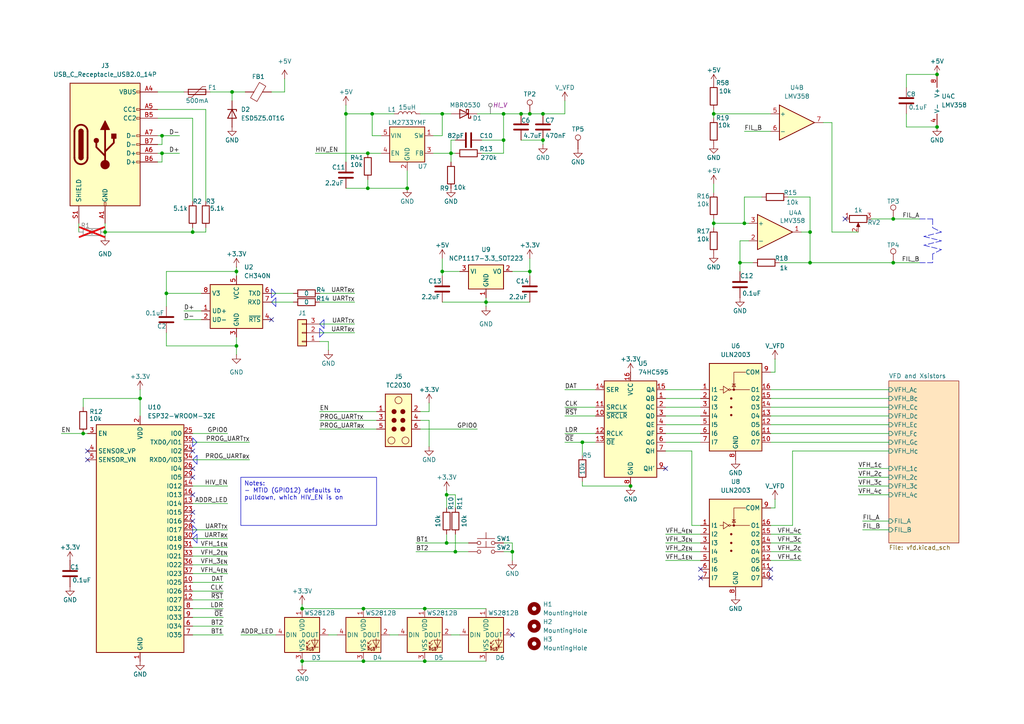
<source format=kicad_sch>
(kicad_sch (version 20250114) (generator "eeschema") (generator_version "9.0")
  (paper "A4")
  (title_block (title "IV-8 4x Driver") (date "2025-04-08") (rev "1") (comment 1 "Jamal B.") (comment 2 "E1091"))
  (text_box "Notes:\n- MTID (GPIO12) defaults to pulldown, which HIV_EN is on" (at 69.85 138.43 0) (size 39.37 13.97) (margins 0.9525 0.9525 0.9525 0.9525) (effects (font (size 1.27 1.27)) (justify left top)))
  (junction (at 128.27 33.02))
  (junction (at 105.41 176.53))
  (junction (at 68.58 78.74))
  (junction (at 123.19 176.53))
  (junction (at 259.08 76.2))
  (junction (at 106.68 54.61))
  (junction (at 67.31 26.67))
  (junction (at 106.68 44.45))
  (junction (at 157.48 40.64))
  (junction (at 100.33 33.02))
  (junction (at 129.54 143.51))
  (junction (at 234.95 76.2))
  (junction (at 271.78 21.59))
  (junction (at 214.63 76.2))
  (junction (at 123.19 191.77))
  (junction (at 46.99 44.45))
  (junction (at 168.91 128.27))
  (junction (at 55.88 67.31))
  (junction (at 215.9 64.77))
  (junction (at 140.97 87.63))
  (junction (at 148.59 160.02))
  (junction (at 87.63 191.77))
  (junction (at 105.41 191.77))
  (junction (at 207.01 33.02))
  (junction (at 68.58 100.33))
  (junction (at 129.54 157.48))
  (junction (at 182.88 140.97))
  (junction (at 24.13 125.73))
  (junction (at 151.13 33.02))
  (junction (at 48.26 85.09))
  (junction (at 271.78 36.83))
  (junction (at 234.95 67.31))
  (junction (at 107.95 33.02))
  (junction (at 40.64 115.57))
  (junction (at 146.05 40.64))
  (junction (at 30.48 67.31))
  (junction (at 146.05 33.02))
  (junction (at 87.63 176.53))
  (junction (at 132.08 160.02))
  (junction (at 157.48 33.02))
  (junction (at 130.81 44.45))
  (junction (at 259.08 63.5))
  (junction (at 153.67 33.02))
  (junction (at 128.27 78.74))
  (junction (at 46.99 39.37))
  (junction (at 207.01 64.77))
  (junction (at 153.67 78.74))
  (junction (at 118.11 54.61))
  (no_connect (at 203.2 165.1))
  (no_connect (at 223.52 165.1))
  (no_connect (at 55.88 148.59))
  (no_connect (at 55.88 151.13))
  (no_connect (at 55.88 135.89))
  (no_connect (at 55.88 138.43))
  (no_connect (at 78.74 92.71))
  (no_connect (at 193.04 135.89))
  (no_connect (at 25.4 133.35))
  (no_connect (at 203.2 167.64))
  (no_connect (at 25.4 130.81))
  (no_connect (at 245.11 63.5))
  (no_connect (at 223.52 167.64))
  (no_connect (at 55.88 130.81))
  (no_connect (at 148.59 184.15))
  (no_connect (at 55.88 143.51))
  (wire (pts (xy 140.97 87.63) (xy 128.27 87.63)))
  (polyline (pts (xy 55.88 133.35) (xy 57.15 132.08)))
  (wire (pts (xy 217.17 64.77) (xy 215.9 64.77)))
  (wire (pts (xy 193.04 118.11) (xy 203.2 118.11)))
  (wire (pts (xy 124.46 121.92) (xy 121.92 121.92)))
  (wire (pts (xy 193.04 160.02) (xy 203.2 160.02)))
  (wire (pts (xy 224.79 147.32) (xy 223.52 147.32)))
  (wire (pts (xy 67.31 26.67) (xy 71.12 26.67)))
  (wire (pts (xy 30.48 67.31) (xy 55.88 67.31)))
  (wire (pts (xy 223.52 115.57) (xy 257.81 115.57)))
  (wire (pts (xy 207.01 64.77) (xy 207.01 66.04)))
  (wire (pts (xy 66.04 163.83) (xy 55.88 163.83)))
  (polyline (pts (xy 92.71 93.98) (xy 93.98 95.25)))
  (wire (pts (xy 55.88 67.31) (xy 55.88 66.04)))
  (wire (pts (xy 226.06 76.2) (xy 234.95 76.2)))
  (polyline (pts (xy 92.71 97.79) (xy 93.98 96.52)))
  (wire (pts (xy 241.3 67.31) (xy 248.92 67.31)))
  (wire (pts (xy 207.01 53.34) (xy 207.01 55.88)))
  (wire (pts (xy 107.95 33.02) (xy 107.95 39.37)))
  (wire (pts (xy 215.9 57.15) (xy 220.98 57.15)))
  (wire (pts (xy 163.83 113.03) (xy 172.72 113.03)))
  (wire (pts (xy 146.05 160.02) (xy 148.59 160.02)))
  (wire (pts (xy 55.88 161.29) (xy 66.04 161.29)))
  (wire (pts (xy 250.19 153.67) (xy 257.81 153.67)))
  (wire (pts (xy 24.13 125.73) (xy 25.4 125.73)))
  (wire (pts (xy 234.95 76.2) (xy 259.08 76.2)))
  (wire (pts (xy 259.08 63.5) (xy 266.7 63.5)))
  (wire (pts (xy 153.67 74.93) (xy 153.67 78.74)))
  (polyline (pts (xy 93.98 92.71) (xy 93.98 95.25)))
  (wire (pts (xy 24.13 118.11) (xy 24.13 115.57)))
  (wire (pts (xy 223.52 125.73) (xy 257.81 125.73)))
  (polyline (pts (xy 57.15 132.08) (xy 57.15 134.62)))
  (wire (pts (xy 238.76 35.56) (xy 241.3 35.56)))
  (polyline (pts (xy 270.51 63.5) (xy 270.51 66.04)) (stroke (width 0) (type dash)))
  (wire (pts (xy 107.95 33.02) (xy 114.3 33.02)))
  (wire (pts (xy 146.05 44.45) (xy 139.7 44.45)))
  (wire (pts (xy 153.67 33.02) (xy 157.48 33.02)))
  (wire (pts (xy 125.73 44.45) (xy 130.81 44.45)))
  (wire (pts (xy 129.54 154.94) (xy 129.54 157.48)))
  (wire (pts (xy 163.83 125.73) (xy 172.72 125.73)))
  (wire (pts (xy 87.63 176.53) (xy 105.41 176.53)))
  (wire (pts (xy 262.89 36.83) (xy 271.78 36.83)))
  (polyline (pts (xy 78.74 83.82) (xy 80.01 85.09)))
  (wire (pts (xy 132.08 40.64) (xy 130.81 40.64)))
  (polyline (pts (xy 57.15 154.94) (xy 57.15 157.48)))
  (wire (pts (xy 22.86 64.77) (xy 22.86 67.31)))
  (wire (pts (xy 55.88 156.21) (xy 66.04 156.21)))
  (wire (pts (xy 124.46 116.84) (xy 124.46 119.38)))
  (polyline (pts (xy 80.01 86.36) (xy 80.01 88.9)))
  (wire (pts (xy 64.77 168.91) (xy 55.88 168.91)))
  (wire (pts (xy 250.19 151.13) (xy 257.81 151.13)))
  (wire (pts (xy 193.04 154.94) (xy 203.2 154.94)))
  (wire (pts (xy 138.43 33.02) (xy 146.05 33.02)))
  (wire (pts (xy 95.25 101.6) (xy 95.25 99.06)))
  (wire (pts (xy 148.59 78.74) (xy 153.67 78.74)))
  (wire (pts (xy 232.41 67.31) (xy 234.95 67.31)))
  (wire (pts (xy 123.19 176.53) (xy 140.97 176.53)))
  (wire (pts (xy 78.74 87.63) (xy 85.09 87.63)))
  (polyline (pts (xy 55.88 152.4) (xy 55.88 154.94)))
  (wire (pts (xy 45.72 41.91) (xy 46.99 41.91)))
  (wire (pts (xy 59.69 67.31) (xy 59.69 66.04)))
  (wire (pts (xy 64.77 181.61) (xy 55.88 181.61)))
  (wire (pts (xy 109.22 121.92) (xy 92.71 121.92)))
  (wire (pts (xy 223.52 113.03) (xy 257.81 113.03)))
  (wire (pts (xy 100.33 54.61) (xy 106.68 54.61)))
  (wire (pts (xy 207.01 33.02) (xy 223.52 33.02)))
  (wire (pts (xy 46.99 46.99) (xy 46.99 44.45)))
  (polyline (pts (xy 273.05 67.31) (xy 267.97 68.58)) (stroke (width 0) (type dash)))
  (wire (pts (xy 252.73 63.5) (xy 259.08 63.5)))
  (wire (pts (xy 148.59 157.48) (xy 146.05 157.48)))
  (wire (pts (xy 148.59 160.02) (xy 148.59 157.48)))
  (wire (pts (xy 92.71 87.63) (xy 102.87 87.63)))
  (wire (pts (xy 124.46 119.38) (xy 121.92 119.38)))
  (wire (pts (xy 215.9 38.1) (xy 223.52 38.1)))
  (polyline (pts (xy 55.88 133.35) (xy 57.15 134.62)))
  (wire (pts (xy 193.04 125.73) (xy 203.2 125.73)))
  (wire (pts (xy 248.92 140.97) (xy 257.81 140.97)))
  (wire (pts (xy 53.34 90.17) (xy 58.42 90.17)))
  (wire (pts (xy 223.52 120.65) (xy 257.81 120.65)))
  (wire (pts (xy 146.05 40.64) (xy 146.05 44.45)))
  (wire (pts (xy 153.67 78.74) (xy 153.67 80.01)))
  (wire (pts (xy 232.41 157.48) (xy 223.52 157.48)))
  (wire (pts (xy 229.87 130.81) (xy 229.87 152.4)))
  (wire (pts (xy 132.08 160.02) (xy 135.89 160.02)))
  (wire (pts (xy 46.99 39.37) (xy 52.07 39.37)))
  (wire (pts (xy 146.05 33.02) (xy 151.13 33.02)))
  (wire (pts (xy 107.95 39.37) (xy 110.49 39.37)))
  (wire (pts (xy 60.96 26.67) (xy 67.31 26.67)))
  (polyline (pts (xy 57.15 154.94) (xy 55.88 156.21)))
  (wire (pts (xy 128.27 78.74) (xy 128.27 80.01)))
  (wire (pts (xy 92.71 119.38) (xy 109.22 119.38)))
  (polyline (pts (xy 270.51 73.66) (xy 270.51 76.2)) (stroke (width 0) (type dash)))
  (wire (pts (xy 120.65 160.02) (xy 132.08 160.02)))
  (wire (pts (xy 68.58 97.79) (xy 68.58 100.33)))
  (polyline (pts (xy 266.7 63.5) (xy 270.51 63.5)) (stroke (width 0) (type dash)))
  (wire (pts (xy 113.03 184.15) (xy 115.57 184.15)))
  (polyline (pts (xy 57.15 153.67) (xy 55.88 152.4)))
  (wire (pts (xy 130.81 40.64) (xy 130.81 44.45)))
  (wire (pts (xy 140.97 87.63) (xy 140.97 86.36)))
  (polyline (pts (xy 55.88 129.54) (xy 57.15 128.27)))
  (wire (pts (xy 40.64 115.57) (xy 40.64 120.65)))
  (wire (pts (xy 109.22 124.46) (xy 92.71 124.46)))
  (wire (pts (xy 68.58 77.47) (xy 68.58 78.74)))
  (wire (pts (xy 130.81 33.02) (xy 128.27 33.02)))
  (wire (pts (xy 55.88 34.29) (xy 55.88 58.42)))
  (wire (pts (xy 128.27 74.93) (xy 128.27 78.74)))
  (wire (pts (xy 48.26 100.33) (xy 48.26 96.52)))
  (wire (pts (xy 151.13 40.64) (xy 157.48 40.64)))
  (wire (pts (xy 59.69 31.75) (xy 59.69 58.42)))
  (wire (pts (xy 207.01 31.75) (xy 207.01 33.02)))
  (wire (pts (xy 118.11 49.53) (xy 118.11 54.61)))
  (wire (pts (xy 95.25 99.06) (xy 92.71 99.06)))
  (wire (pts (xy 207.01 64.77) (xy 215.9 64.77)))
  (polyline (pts (xy 78.74 87.63) (xy 80.01 86.36)))
  (wire (pts (xy 248.92 135.89) (xy 257.81 135.89)))
  (wire (pts (xy 207.01 63.5) (xy 207.01 64.77)))
  (wire (pts (xy 214.63 78.74) (xy 214.63 76.2)))
  (polyline (pts (xy 270.51 66.04) (xy 273.05 67.31)) (stroke (width 0) (type dash)))
  (wire (pts (xy 45.72 44.45) (xy 46.99 44.45)))
  (wire (pts (xy 105.41 191.77) (xy 123.19 191.77)))
  (wire (pts (xy 132.08 154.94) (xy 132.08 160.02)))
  (wire (pts (xy 163.83 118.11) (xy 172.72 118.11)))
  (wire (pts (xy 234.95 57.15) (xy 234.95 67.31)))
  (wire (pts (xy 129.54 143.51) (xy 129.54 147.32)))
  (wire (pts (xy 69.85 184.15) (xy 80.01 184.15)))
  (wire (pts (xy 55.88 146.05) (xy 66.04 146.05)))
  (wire (pts (xy 68.58 78.74) (xy 48.26 78.74)))
  (wire (pts (xy 214.63 69.85) (xy 217.17 69.85)))
  (wire (pts (xy 241.3 35.56) (xy 241.3 67.31)))
  (polyline (pts (xy 55.88 127) (xy 55.88 129.54)))
  (wire (pts (xy 223.52 128.27) (xy 257.81 128.27)))
  (wire (pts (xy 232.41 154.94) (xy 223.52 154.94)))
  (wire (pts (xy 129.54 143.51) (xy 132.08 143.51)))
  (wire (pts (xy 106.68 52.07) (xy 106.68 54.61)))
  (wire (pts (xy 40.64 113.03) (xy 40.64 115.57)))
  (wire (pts (xy 228.6 57.15) (xy 234.95 57.15)))
  (polyline (pts (xy 92.71 95.25) (xy 92.71 97.79)))
  (wire (pts (xy 48.26 85.09) (xy 58.42 85.09)))
  (wire (pts (xy 100.33 33.02) (xy 100.33 46.99)))
  (wire (pts (xy 45.72 26.67) (xy 53.34 26.67)))
  (wire (pts (xy 128.27 39.37) (xy 128.27 33.02)))
  (wire (pts (xy 259.08 76.2) (xy 266.7 76.2)))
  (wire (pts (xy 92.71 96.52) (xy 102.87 96.52)))
  (wire (pts (xy 168.91 128.27) (xy 172.72 128.27)))
  (polyline (pts (xy 273.05 69.85) (xy 267.97 71.12)) (stroke (width 0) (type dash)))
  (wire (pts (xy 53.34 92.71) (xy 58.42 92.71)))
  (wire (pts (xy 46.99 44.45) (xy 52.07 44.45)))
  (wire (pts (xy 214.63 76.2) (xy 214.63 69.85)))
  (wire (pts (xy 168.91 139.7) (xy 168.91 140.97)))
  (wire (pts (xy 130.81 44.45) (xy 130.81 46.99)))
  (wire (pts (xy 45.72 39.37) (xy 46.99 39.37)))
  (wire (pts (xy 257.81 130.81) (xy 229.87 130.81)))
  (wire (pts (xy 92.71 93.98) (xy 102.87 93.98)))
  (wire (pts (xy 129.54 142.24) (xy 129.54 143.51)))
  (wire (pts (xy 193.04 115.57) (xy 203.2 115.57)))
  (wire (pts (xy 55.88 128.27) (xy 72.39 128.27)))
  (wire (pts (xy 68.58 100.33) (xy 48.26 100.33)))
  (wire (pts (xy 105.41 176.53) (xy 123.19 176.53)))
  (wire (pts (xy 193.04 130.81) (xy 200.66 130.81)))
  (wire (pts (xy 163.83 29.21) (xy 163.83 33.02)))
  (wire (pts (xy 214.63 76.2) (xy 218.44 76.2)))
  (wire (pts (xy 68.58 102.87) (xy 68.58 100.33)))
  (wire (pts (xy 55.88 133.35) (xy 72.39 133.35)))
  (wire (pts (xy 64.77 171.45) (xy 55.88 171.45)))
  (polyline (pts (xy 78.74 83.82) (xy 78.74 86.36)))
  (wire (pts (xy 132.08 143.51) (xy 132.08 147.32)))
  (wire (pts (xy 30.48 67.31) (xy 30.48 68.58)))
  (wire (pts (xy 193.04 123.19) (xy 203.2 123.19)))
  (wire (pts (xy 64.77 176.53) (xy 55.88 176.53)))
  (wire (pts (xy 271.78 21.59) (xy 262.89 21.59)))
  (wire (pts (xy 46.99 39.37) (xy 46.99 41.91)))
  (wire (pts (xy 248.92 143.51) (xy 257.81 143.51)))
  (wire (pts (xy 55.88 179.07) (xy 64.77 179.07)))
  (wire (pts (xy 200.66 130.81) (xy 200.66 152.4)))
  (wire (pts (xy 48.26 88.9) (xy 48.26 85.09)))
  (wire (pts (xy 55.88 125.73) (xy 66.04 125.73)))
  (polyline (pts (xy 267.97 68.58) (xy 273.05 69.85)) (stroke (width 0) (type dash)))
  (wire (pts (xy 163.83 128.27) (xy 168.91 128.27)))
  (wire (pts (xy 87.63 191.77) (xy 105.41 191.77)))
  (polyline (pts (xy 55.88 127) (xy 57.15 128.27)))
  (wire (pts (xy 121.92 33.02) (xy 128.27 33.02)))
  (wire (pts (xy 139.7 40.64) (xy 146.05 40.64)))
  (wire (pts (xy 223.52 123.19) (xy 257.81 123.19)))
  (wire (pts (xy 234.95 76.2) (xy 234.95 67.31)))
  (polyline (pts (xy 92.71 93.98) (xy 93.98 92.71)))
  (wire (pts (xy 193.04 157.48) (xy 203.2 157.48)))
  (wire (pts (xy 157.48 40.64) (xy 157.48 41.91)))
  (wire (pts (xy 223.52 118.11) (xy 257.81 118.11)))
  (wire (pts (xy 123.19 191.77) (xy 140.97 191.77)))
  (wire (pts (xy 45.72 46.99) (xy 46.99 46.99)))
  (wire (pts (xy 129.54 157.48) (xy 135.89 157.48)))
  (wire (pts (xy 262.89 21.59) (xy 262.89 25.4)))
  (wire (pts (xy 82.55 22.86) (xy 82.55 26.67)))
  (wire (pts (xy 106.68 44.45) (xy 110.49 44.45)))
  (wire (pts (xy 67.31 26.67) (xy 67.31 29.21)))
  (wire (pts (xy 66.04 166.37) (xy 55.88 166.37)))
  (wire (pts (xy 207.01 33.02) (xy 207.01 34.29)))
  (wire (pts (xy 151.13 33.02) (xy 153.67 33.02)))
  (wire (pts (xy 68.58 78.74) (xy 68.58 80.01)))
  (wire (pts (xy 24.13 115.57) (xy 40.64 115.57)))
  (wire (pts (xy 66.04 140.97) (xy 55.88 140.97)))
  (wire (pts (xy 148.59 162.56) (xy 148.59 160.02)))
  (wire (pts (xy 55.88 67.31) (xy 59.69 67.31)))
  (wire (pts (xy 55.88 153.67) (xy 66.04 153.67)))
  (wire (pts (xy 64.77 184.15) (xy 55.88 184.15)))
  (wire (pts (xy 55.88 34.29) (xy 45.72 34.29)))
  (polyline (pts (xy 267.97 71.12) (xy 273.05 72.39)) (stroke (width 0) (type dash)))
  (wire (pts (xy 30.48 64.77) (xy 30.48 67.31)))
  (wire (pts (xy 229.87 152.4) (xy 223.52 152.4)))
  (polyline (pts (xy 78.74 86.36) (xy 80.01 85.09)))
  (wire (pts (xy 215.9 57.15) (xy 215.9 64.77)))
  (wire (pts (xy 92.71 85.09) (xy 102.87 85.09)))
  (wire (pts (xy 55.88 158.75) (xy 66.04 158.75)))
  (wire (pts (xy 91.44 44.45) (xy 106.68 44.45)))
  (wire (pts (xy 224.79 144.78) (xy 224.79 147.32)))
  (wire (pts (xy 124.46 121.92) (xy 124.46 129.54)))
  (wire (pts (xy 168.91 140.97) (xy 182.88 140.97)))
  (wire (pts (xy 140.97 87.63) (xy 153.67 87.63)))
  (polyline (pts (xy 273.05 72.39) (xy 270.51 73.66)) (stroke (width 0) (type dash)))
  (wire (pts (xy 120.65 157.48) (xy 129.54 157.48)))
  (wire (pts (xy 17.78 125.73) (xy 24.13 125.73)))
  (wire (pts (xy 163.83 120.65) (xy 172.72 120.65)))
  (wire (pts (xy 106.68 54.61) (xy 118.11 54.61)))
  (wire (pts (xy 224.79 107.95) (xy 223.52 107.95)))
  (wire (pts (xy 95.25 184.15) (xy 97.79 184.15)))
  (wire (pts (xy 146.05 33.02) (xy 146.05 40.64)))
  (polyline (pts (xy 57.15 153.67) (xy 55.88 154.94)))
  (wire (pts (xy 193.04 162.56) (xy 203.2 162.56)))
  (wire (pts (xy 200.66 152.4) (xy 203.2 152.4)))
  (wire (pts (xy 232.41 160.02) (xy 223.52 160.02)))
  (wire (pts (xy 48.26 78.74) (xy 48.26 85.09)))
  (wire (pts (xy 87.63 175.26) (xy 87.63 176.53)))
  (wire (pts (xy 193.04 120.65) (xy 203.2 120.65)))
  (wire (pts (xy 100.33 30.48) (xy 100.33 33.02)))
  (wire (pts (xy 78.74 85.09) (xy 85.09 85.09)))
  (wire (pts (xy 168.91 132.08) (xy 168.91 128.27)))
  (polyline (pts (xy 78.74 87.63) (xy 80.01 88.9)))
  (wire (pts (xy 232.41 162.56) (xy 223.52 162.56)))
  (wire (pts (xy 130.81 184.15) (xy 133.35 184.15)))
  (wire (pts (xy 100.33 33.02) (xy 107.95 33.02)))
  (wire (pts (xy 45.72 31.75) (xy 59.69 31.75)))
  (wire (pts (xy 224.79 104.14) (xy 224.79 107.95)))
  (polyline (pts (xy 92.71 95.25) (xy 93.98 96.52)))
  (wire (pts (xy 193.04 128.27) (xy 203.2 128.27)))
  (polyline (pts (xy 266.7 76.2) (xy 270.51 76.2)) (stroke (width 0) (type dash)))
  (wire (pts (xy 125.73 39.37) (xy 128.27 39.37)))
  (wire (pts (xy 130.81 44.45) (xy 132.08 44.45)))
  (polyline (pts (xy 57.15 157.48) (xy 55.88 156.21)))
  (wire (pts (xy 248.92 138.43) (xy 257.81 138.43)))
  (wire (pts (xy 140.97 88.9) (xy 140.97 87.63)))
  (wire (pts (xy 193.04 113.03) (xy 203.2 113.03)))
  (wire (pts (xy 87.63 191.77) (xy 87.63 193.04)))
  (wire (pts (xy 128.27 78.74) (xy 133.35 78.74)))
  (wire (pts (xy 121.92 124.46) (xy 138.43 124.46)))
  (wire (pts (xy 157.48 33.02) (xy 163.83 33.02)))
  (wire (pts (xy 82.55 26.67) (xy 78.74 26.67)))
  (wire (pts (xy 64.77 173.99) (xy 55.88 173.99)))
  (wire (pts (xy 262.89 33.02) (xy 262.89 36.83)))
  (label "FIL_A" (at 266.7 63.5 180))
  (label "VFH_3_{EN}" (at 193.04 157.48 0))
  (label "GPIO0" (at 138.43 124.46 180))
  (label "PROG_UART_{TX}" (at 92.71 121.92 0))
  (label "VFH_3_{C}" (at 232.41 157.48 180))
  (label "VFH_2_{C}" (at 248.92 138.43 0))
  (label "GPIO0" (at 66.04 125.73 180))
  (label "VFH_2_{EN}" (at 193.04 160.02 0))
  (label "ADDR_LED" (at 69.85 184.15 0))
  (label "HIV_EN" (at 91.44 44.45 0))
  (label "BT2" (at 120.65 160.02 0))
  (label "FIL_B" (at 250.19 153.67 0))
  (label "VFH_3_{C}" (at 248.92 140.97 0))
  (label "EN" (at 17.78 125.73 0))
  (label "CLK" (at 64.77 171.45 180))
  (label "FIL_B" (at 215.9 38.1 0))
  (label "VFH_4_{EN}" (at 66.04 166.37 180))
  (label "~{OE}" (at 163.83 128.27 0))
  (label "UART_{RX}" (at 102.87 96.52 180))
  (label "VFH_2_{EN}" (at 66.04 161.29 180))
  (label "HIV_EN" (at 66.04 140.97 180))
  (label "CLK" (at 163.83 118.11 0))
  (label "UART_{RX}" (at 102.87 85.09 180))
  (label "VFH_3_{EN}" (at 66.04 163.83 180))
  (label "D-" (at 53.34 92.71 0))
  (label "PROG_UART_{TX}" (at 72.39 128.27 180))
  (label "EN" (at 92.71 119.38 0))
  (label "D+" (at 52.07 44.45 180))
  (label "LDR" (at 163.83 125.73 0))
  (label "DAT" (at 64.77 168.91 180))
  (label "VFH_1_{EN}" (at 66.04 158.75 180))
  (label "FIL_A" (at 250.19 151.13 0))
  (label "~{RST}" (at 163.83 120.65 0))
  (label "LDR" (at 64.77 176.53 180))
  (label "D+" (at 53.34 90.17 0))
  (label "FIL_B" (at 266.7 76.2 180))
  (label "~{RST}" (at 64.77 173.99 180))
  (label "VFH_1_{C}" (at 232.41 162.56 180))
  (label "BT2" (at 64.77 181.61 180))
  (label "PROG_UART_{RX}" (at 72.39 133.35 180))
  (label "DAT" (at 163.83 113.03 0))
  (label "ADDR_LED" (at 66.04 146.05 180))
  (label "VFH_4_{C}" (at 248.92 143.51 0))
  (label "BT1" (at 64.77 184.15 180))
  (label "UART_{RX}" (at 66.04 156.21 180))
  (label "PROG_UART_{RX}" (at 92.71 124.46 0))
  (label "BT1" (at 120.65 157.48 0))
  (label "UART_{TX}" (at 102.87 87.63 180))
  (label "UART_{TX}" (at 102.87 93.98 180))
  (label "UART_{TX}" (at 66.04 153.67 180))
  (label "VFH_1_{C}" (at 248.92 135.89 0))
  (label "VFH_2_{C}" (at 232.41 160.02 180))
  (label "VFH_4_{EN}" (at 193.04 154.94 0))
  (label "~{OE}" (at 64.77 179.07 180))
  (label "VFH_1_{EN}" (at 193.04 162.56 0))
  (label "VFH_4_{C}" (at 232.41 154.94 180))
  (label "D-" (at 52.07 39.37 180))
  (netclass_flag "" (length 2.54) (shape round) (at 142.24 33.02 0) (property "Netclass" "HI_V" (at 142.9385 30.48 0) (effects (font (italic yes)) (justify left))))
  (symbol (lib_id "Device:R") (at 55.88 62.23 0) (unit 1)
    (property "Reference" "R2" (at 55.88 58.42 0) (effects (justify left)))
    (property "Value" "5.1k" (at 52.324 60.452 0))
    (property "Footprint" "Resistor_SMD:R_0805_2012Metric" (effects (hide yes)))
    (property "Description" "Resistor" (effects (hide yes)))
  )
  (symbol (lib_id "power:GND") (at 182.88 140.97 0) (unit 1)
    (property "Reference" "#PWR017" (effects (hide yes)))
    (property "Value" "GND" (at 182.88 144.78 0))
    (property "Description" "Power symbol creates a global label with name \"GND\" , ground" (effects (hide yes)))
  )
  (symbol (lib_id "Connector_Generic:Conn_01x03") (at 87.63 96.52 180) (unit 1)
    (property "Reference" "J1" (at 88.9 90.805 0) (effects (justify left)))
    (property "Value" "Conn_01x03" (effects (hide yes)))
    (property "Footprint" "Connector_PinSocket_2.54mm:PinSocket_1x03_P2.54mm_Vertical" (effects (hide yes)))
    (property "Description" "Generic connector, single row, 01x03, script generated (kicad-library-utils/schlib/autogen/connector/)" (effects (hide yes)))
  )
  (symbol (lib_id "Device:C") (at 48.26 92.71 180) (unit 1)
    (property "Reference" "C2" (at 48.26 94.615 0) (effects (justify left)))
    (property "Value" "0.1uF" (at 47.625 90.805 0) (effects (justify left)))
    (property "Footprint" "Capacitor_SMD:C_0805_2012Metric" (effects (hide yes)))
    (property "Description" "Unpolarized capacitor" (effects (hide yes)))
  )
  (symbol (lib_id "Device:R") (at 59.69 62.23 0) (unit 1)
    (property "Reference" "R3" (at 59.69 58.42 0) (effects (justify left)))
    (property "Value" "5.1k" (at 62.992 60.452 0))
    (property "Footprint" "Resistor_SMD:R_0805_2012Metric" (effects (hide yes)))
    (property "Description" "Resistor" (effects (hide yes)))
  )
  (symbol (lib_id "Device:R") (at 129.54 151.13 0) (unit 1)
    (property "Reference" "R10" (at 130.81 147.955 90) (effects (justify left)))
    (property "Value" "10k" (at 127 151.13 90))
    (property "Footprint" "Resistor_SMD:R_0805_2012Metric" (effects (hide yes)))
  )
  (symbol (lib_id "Device:FerriteBead") (at 74.93 26.67 90) (unit 1)
    (property "Reference" "FB1" (at 74.93 22.225 90))
    (property "Value" "FerriteBead" (effects (hide yes)))
    (property "Footprint" "Inductor_SMD:L_0805_2012Metric" (effects (hide yes)))
    (property "Description" "Ferrite bead" (effects (hide yes)))
  )
  (symbol (lib_id "Connector:TestPoint") (at 167.64 43.18 0) (unit 1)
    (property "Reference" "TP5" (at 167.64 37.465 0))
    (property "Value" "TestPoint" (effects (hide yes)))
    (property "Footprint" "TestPoint:TestPoint_Keystone_5005-5009_Compact" (effects (hide yes)))
    (property "Description" "test point" (effects (hide yes)))
  )
  (symbol (lib_id "Device:R") (at 106.68 48.26 180) (unit 1)
    (property "Reference" "R41" (at 103.505 45.72 0))
    (property "Value" "10k" (at 103.378 47.752 0))
    (property "Footprint" "Resistor_SMD:R_0805_2012Metric" (effects (hide yes)))
    (property "Description" "Resistor" (effects (hide yes)))
  )
  (symbol (lib_id "Connector:TestPoint") (at 259.08 76.2 0) (mirror y) (unit 1)
    (property "Reference" "TP4" (at 259.08 71.12 0))
    (property "Value" "TestPoint" (effects (hide yes)))
    (property "Footprint" "TestPoint:TestPoint_Keystone_5005-5009_Compact" (effects (hide yes)))
    (property "Description" "test point" (effects (hide yes)))
  )
  (symbol (lib_id "Switch:SW_Push") (at 140.97 160.02 0) (unit 1)
    (property "Reference" "SW2" (at 146.05 158.75 0))
    (property "Value" "SW_Push" (effects (hide yes)))
    (property "Footprint" "Button_Switch_THT:SW_Tactile_SPST_Angled_PTS645Vx83-2LFS" (effects (hide yes)))
  )
  (symbol (lib_id "power:GND") (at 67.31 36.83 0) (unit 1)
    (property "Reference" "#PWR015" (effects (hide yes)))
    (property "Value" "GND" (at 67.31 40.64 0))
    (property "Description" "Power symbol creates a global label with name \"GND\" , ground" (effects (hide yes)))
  )
  (symbol (lib_id "power:GND") (at 207.01 41.91 0) (unit 1)
    (property "Reference" "#PWR043" (effects (hide yes)))
    (property "Value" "GND" (at 207.01 45.72 0))
    (property "Description" "Power symbol creates a global label with name \"GND\" , ground" (effects (hide yes)))
  )
  (symbol (lib_id "power:+3.3V") (at 68.58 77.47 0) (unit 1)
    (property "Reference" "#PWR030" (effects (hide yes)))
    (property "Value" "+3.3V" (at 68.58 73.66 0))
    (property "Description" "Power symbol creates a global label with name \"+3.3V\"" (effects (hide yes)))
  )
  (symbol (lib_id "Device:C") (at 100.33 50.8 0) (unit 1)
    (property "Reference" "C11" (at 96.266 48.514 0) (effects (justify left)))
    (property "Value" "2.2uF" (at 94.234 53.086 0) (effects (justify left)))
    (property "Footprint" "Capacitor_SMD:C_0805_2012Metric" (effects (hide yes)))
    (property "Description" "Unpolarized capacitor" (effects (hide yes)))
  )
  (symbol (lib_id "Device:C") (at 214.63 82.55 0) (unit 1)
    (property "Reference" "C12" (at 214.63 80.01 0) (effects (justify left)))
    (property "Value" "0.1uF" (at 215.265 85.09 0) (effects (justify left)))
    (property "Footprint" "Capacitor_SMD:C_0805_2012Metric" (effects (hide yes)))
    (property "Description" "Unpolarized capacitor" (effects (hide yes)))
  )
  (symbol (lib_id "Device:C") (at 128.27 83.82 0) (unit 1)
    (property "Reference" "C13" (at 124.206 81.534 0) (effects (justify left)))
    (property "Value" "2.2uF" (at 122.174 86.106 0) (effects (justify left)))
    (property "Footprint" "Capacitor_SMD:C_0805_2012Metric" (effects (hide yes)))
    (property "Description" "Unpolarized capacitor" (effects (hide yes)))
  )
  (symbol (lib_id "Device:R") (at 207.01 27.94 180) (unit 1)
    (property "Reference" "R58" (at 207.645 24.765 0) (effects (justify right top)))
    (property "Value" "10k" (at 210.312 26.416 0))
    (property "Footprint" "Resistor_SMD:R_0805_2012Metric" (effects (hide yes)))
    (property "Description" "Resistor" (effects (hide yes)))
  )
  (symbol (lib_id "power:+5V") (at 100.33 30.48 0) (unit 1)
    (property "Reference" "#PWR012" (effects (hide yes)))
    (property "Value" "+5V" (at 100.33 26.67 0))
    (property "Description" "Power symbol creates a global label with name \"+5V\"" (effects (hide yes)))
  )
  (symbol (lib_id "power:GND") (at 213.36 172.72 0) (unit 1)
    (property "Reference" "#PWR026" (effects (hide yes)))
    (property "Value" "GND" (at 213.36 176.53 0))
    (property "Description" "Power symbol creates a global label with name \"GND\" , ground" (effects (hide yes)))
  )
  (symbol (lib_id "74xx:74HC595") (at 182.88 123.19 0) (unit 1)
    (property "Reference" "U5" (at 185.0741 105.41 0) (effects (justify left)))
    (property "Value" "74HC595" (at 185.0741 107.95 0) (effects (justify left)))
    (property "Footprint" "Package_SO:SOIC-16_3.9x9.9mm_P1.27mm" (effects (hide yes)))
    (property "Datasheet" "http://www.ti.com/lit/ds/symlink/sn74hc595.pdf" (effects (hide yes)))
    (property "Description" "8-bit serial in/out Shift Register 3-State Outputs" (effects (hide yes)))
  )
  (symbol (lib_id "power:+5V") (at 82.55 22.86 0) (unit 1)
    (property "Reference" "#PWR010" (effects (hide yes)))
    (property "Value" "+5V" (at 82.55 17.78 0))
    (property "Description" "Power symbol creates a global label with name \"+5V\"" (effects (hide yes)))
  )
  (symbol (lib_id "Device:R") (at 135.89 44.45 90) (unit 1)
    (property "Reference" "R13" (at 139.065 43.18 90) (effects (justify right)))
    (property "Value" "270k" (at 141.732 45.72 90))
    (property "Footprint" "Resistor_SMD:R_0805_2012Metric" (effects (hide yes)))
    (property "Description" "Resistor" (effects (hide yes)))
  )
  (symbol (lib_id "Device:R") (at 88.9 85.09 90) (unit 1)
    (property "Reference" "R4" (at 91.694 84.074 90) (effects (justify right)))
    (property "Value" "0" (at 88.9 85.09 90))
    (property "Footprint" "Resistor_SMD:R_0805_2012Metric" (effects (hide yes)))
    (property "Description" "Resistor" (effects (hide yes)))
  )
  (symbol (lib_id "LED:WS2812B") (at 87.63 184.15 0) (unit 1)
    (property "Reference" "D3" (at 91.694 190.754 0))
    (property "Value" "WS2812B" (at 92.71 177.8 0))
    (property "Footprint" "LED_SMD:LED_WS2812B_PLCC4_5.0x5.0mm_P3.2mm" (effects (hide yes)))
    (property "Datasheet" "https://cdn-shop.adafruit.com/datasheets/WS2812B.pdf" (effects (hide yes)))
    (property "Description" "RGB LED with integrated controller" (effects (hide yes)))
  )
  (symbol (lib_id "Diode:ESD5Zxx") (at 67.31 33.02 270) (unit 1)
    (property "Reference" "D2" (at 69.85 31.7499 90) (effects (justify left)))
    (property "Value" "ESD5Z5.0T1G" (at 69.85 34.2899 90) (effects (justify left)))
    (property "Footprint" "Diode_SMD:D_SOD-523" (effects (hide yes)))
    (property "Datasheet" "https://www.onsemi.com/pdf/datasheet/esd5z2.5t1-d.pdf" (effects (hide yes)))
    (property "Description" "ESD Protection Diode, SOD-523" (effects (hide yes)))
  )
  (symbol (lib_id "Diode:MBR0530") (at 134.62 33.02 180) (unit 1)
    (property "Reference" "D1" (at 138.43 34.29 0))
    (property "Value" "MBR0530" (at 134.9375 30.48 0))
    (property "Footprint" "Diode_SMD:D_SOD-123" (effects (hide yes)))
    (property "Datasheet" "http://www.mccsemi.com/up_pdf/MBR0520~MBR0580(SOD123).pdf" (effects (hide yes)))
    (property "Description" "30V 0.5A Schottky Power Rectifier Diode, SOD-123" (effects (hide yes)))
  )
  (symbol (lib_id "Connector:TestPoint") (at 259.08 63.5 0) (unit 1)
    (property "Reference" "TP3" (at 259.08 58.42 0))
    (property "Value" "TestPoint" (effects (hide yes)))
    (property "Footprint" "TestPoint:TestPoint_Keystone_5005-5009_Compact" (effects (hide yes)))
    (property "Description" "test point" (effects (hide yes)))
  )
  (symbol (lib_id "power:GND") (at 68.58 102.87 0) (unit 1)
    (property "Reference" "#PWR09" (effects (hide yes)))
    (property "Value" "GND" (at 68.58 107.95 0))
    (property "Description" "Power symbol creates a global label with name \"GND\" , ground" (effects (hide yes)))
  )
  (symbol (lib_id "Regulator_Linear:NCP1117-3.3_SOT223") (at 140.97 78.74 0) (unit 1)
    (property "Reference" "U9" (at 140.97 72.39 0))
    (property "Value" "NCP1117-3.3_SOT223" (at 140.97 74.93 0))
    (property "Footprint" "Package_TO_SOT_SMD:SOT-223-3_TabPin2" (effects (hide yes)))
    (property "Datasheet" "http://www.onsemi.com/pub_link/Collateral/NCP1117-D.PDF" (effects (hide yes)))
    (property "Description" "1A Low drop-out regulator, Fixed Output 3.3V, SOT-223" (effects (hide yes)))
  )
  (symbol (lib_id "Device:C") (at 20.32 166.37 0) (unit 1)
    (property "Reference" "C1" (at 20.32 164.465 0) (effects (justify left)))
    (property "Value" "0.1uF" (at 20.955 168.275 0) (effects (justify left)))
    (property "Footprint" "Capacitor_SMD:C_0805_2012Metric" (effects (hide yes)))
    (property "Description" "Unpolarized capacitor" (effects (hide yes)))
  )
  (symbol (lib_id "power:GND") (at 87.63 193.04 0) (unit 1)
    (property "Reference" "#PWR021" (effects (hide yes)))
    (property "Value" "GND" (at 87.63 196.85 0))
  )
  (symbol (lib_id "power:GND") (at 213.36 133.35 0) (unit 1)
    (property "Reference" "#PWR025" (effects (hide yes)))
    (property "Value" "GND" (at 213.36 137.16 0))
    (property "Description" "Power symbol creates a global label with name \"GND\" , ground" (effects (hide yes)))
  )
  (symbol (lib_id "Amplifier_Operational:LMV358") (at 224.79 67.31 0) (unit 1)
    (property "Reference" "U4" (at 230.632 61.722 0))
    (property "Value" "LMV358" (at 229.87 64.008 0))
    (property "Footprint" "Package_SO:SOIC-8_3.9x4.9mm_P1.27mm" (effects (hide yes)))
    (property "Datasheet" "http://www.ti.com/lit/ds/symlink/lmv324.pdf" (effects (hide yes)))
    (property "Description" "Dual Low-Voltage Rail-to-Rail Output Operational Amplifiers, SOIC-8/SSOP-8" (effects (hide yes)))
  )
  (symbol (lib_id "Connector:TC2030") (at 114.3 121.92 0) (unit 1) (in_bom no)
    (property "Reference" "J5" (at 115.57 109.22 0))
    (property "Value" "TC2030" (at 115.57 111.76 0))
    (property "Footprint" "Connector:Tag-Connect_TC2030-IDC-NL_2x03_P1.27mm_Vertical" (effects (hide yes)))
    (property "Datasheet" "https://www.tag-connect.com/wp-content/uploads/bsk-pdf-manager/2019/12/TC2030-IDC-NL-Datasheet-Rev-B.pdf" (effects (hide yes)))
    (property "Description" "Tag-Connect’s 6-pins connector" (effects (hide yes)))
  )
  (symbol (lib_id "power:+3.3V") (at 20.32 162.56 0) (unit 1)
    (property "Reference" "#PWR047" (effects (hide yes)))
    (property "Value" "+3.3V" (at 20.32 158.75 0))
    (property "Description" "Power symbol creates a global label with name \"+3.3V\"" (effects (hide yes)))
  )
  (symbol (lib_id "power:GND") (at 148.59 162.56 0) (unit 1)
    (property "Reference" "#PWR036" (effects (hide yes)))
    (property "Value" "GND" (at 148.59 166.37 0))
  )
  (symbol (lib_id "Device:C") (at 151.13 36.83 0) (unit 1)
    (property "Reference" "C6" (at 151.13 34.925 0) (effects (justify left)))
    (property "Value" "4.7uF" (at 151.765 39.37 0) (effects (justify left)))
    (property "Footprint" "Capacitor_SMD:C_1206_3216Metric" (effects (hide yes)))
    (property "Description" "Unpolarized capacitor" (effects (hide yes)))
  )
  (symbol (lib_id "Interface_USB:CH340N") (at 68.58 87.63 0) (unit 1)
    (property "Reference" "U2" (at 70.7741 77.47 0) (effects (justify left)))
    (property "Value" "CH340N" (at 70.7741 80.01 0) (effects (justify left)))
    (property "Footprint" "Package_SO:SOP-8_3.9x4.9mm_P1.27mm" (effects (hide yes)))
    (property "Datasheet" "https://aitendo3.sakura.ne.jp/aitendo_data/product_img/ic/inteface/CH340N/ch340n.pdf" (effects (hide yes)))
    (property "Description" "USB serial converter, 2Mbps, UART, SOP-8" (effects (hide yes)))
  )
  (symbol (lib_id "power:GND") (at 207.01 73.66 0) (unit 1)
    (property "Reference" "#PWR045" (effects (hide yes)))
    (property "Value" "GND" (at 207.01 77.47 0))
    (property "Description" "Power symbol creates a global label with name \"GND\" , ground" (effects (hide yes)))
  )
  (symbol (lib_id "Amplifier_Operational:LMV358") (at 274.32 29.21 0) (unit 3)
    (property "Reference" "U4" (at 273.05 27.9399 0) (effects (justify left)))
    (property "Value" "LMV358" (at 273.05 30.4799 0) (effects (justify left)))
    (property "Footprint" "Package_SO:SOIC-8_3.9x4.9mm_P1.27mm" (effects (hide yes)))
    (property "Datasheet" "http://www.ti.com/lit/ds/symlink/lmv324.pdf" (effects (hide yes)))
    (property "Description" "Dual Low-Voltage Rail-to-Rail Output Operational Amplifiers, SOIC-8/SSOP-8" (effects (hide yes)))
  )
  (symbol (lib_id "Mechanical:MountingHole") (at 154.94 181.61 0) (unit 1) (in_bom no)
    (property "Reference" "H2" (at 157.48 180.3399 0) (effects (justify left)))
    (property "Value" "MountingHole" (at 157.48 182.8799 0) (effects (justify left)))
    (property "Footprint" "MountingHole:MountingHole_3.2mm_M3_DIN965" (effects (hide yes)))
    (property "Description" "Mounting Hole without connection" (effects (hide yes)))
  )
  (symbol (lib_id "Device:L") (at 118.11 33.02 90) (unit 1)
    (property "Reference" "L1" (at 113.665 31.75 90))
    (property "Value" "15uH" (at 118.11 31.115 90))
    (property "Footprint" "Inductor_SMD:L_1210_3225Metric" (effects (hide yes)))
    (property "Description" "Inductor" (effects (hide yes)))
  )
  (symbol (lib_id "power:+5V") (at 207.01 53.34 0) (unit 1)
    (property "Reference" "#PWR040" (effects (hide yes)))
    (property "Value" "+5V" (at 207.01 49.53 0))
    (property "Description" "Power symbol creates a global label with name \"+5V\"" (effects (hide yes)))
  )
  (symbol (lib_id "Amplifier_Operational:LMV358") (at 231.14 35.56 0) (unit 2)
    (property "Reference" "U4" (at 231.14 25.4 0))
    (property "Value" "LMV358" (at 231.14 27.94 0))
    (property "Footprint" "Package_SO:SOIC-8_3.9x4.9mm_P1.27mm" (effects (hide yes)))
    (property "Datasheet" "http://www.ti.com/lit/ds/symlink/lmv324.pdf" (effects (hide yes)))
    (property "Description" "Dual Low-Voltage Rail-to-Rail Output Operational Amplifiers, SOIC-8/SSOP-8" (effects (hide yes)))
  )
  (symbol (lib_id "power:GND") (at 140.97 88.9 0) (unit 1)
    (property "Reference" "#PWR011" (effects (hide yes)))
    (property "Value" "GND" (at 140.97 93.98 0))
    (property "Description" "Power symbol creates a global label with name \"GND\" , ground" (effects (hide yes)))
  )
  (symbol (lib_id "Device:R") (at 24.13 121.92 0) (unit 1)
    (property "Reference" "R12" (at 25.908 119.38 0) (effects (justify left)))
    (property "Value" "10k" (at 27.686 121.412 0))
    (property "Footprint" "Resistor_SMD:R_0805_2012Metric" (effects (hide yes)))
  )
  (symbol (lib_id "power:GND") (at 20.32 170.18 0) (unit 1)
    (property "Reference" "#PWR02" (effects (hide yes)))
    (property "Value" "GND" (at 20.32 173.99 0))
    (property "Description" "Power symbol creates a global label with name \"GND\" , ground" (effects (hide yes)))
  )
  (symbol (lib_id "power:GND") (at 130.81 54.61 0) (unit 1)
    (property "Reference" "#PWR020" (effects (hide yes)))
    (property "Value" "GND" (at 130.81 58.42 0))
    (property "Description" "Power symbol creates a global label with name \"GND\" , ground" (effects (hide yes)))
  )
  (symbol (lib_id "Device:R") (at 168.91 135.89 0) (unit 1)
    (property "Reference" "R5" (at 168.91 132.08 0) (effects (justify left)))
    (property "Value" "10k" (at 168.91 135.89 90))
    (property "Footprint" "Resistor_SMD:R_0805_2012Metric" (effects (hide yes)))
  )
  (symbol (lib_id "Device:R") (at 207.01 38.1 180) (unit 1)
    (property "Reference" "R19" (at 207.645 34.925 0) (effects (justify right top)))
    (property "Value" "10k" (at 210.058 36.322 0))
    (property "Footprint" "Resistor_SMD:R_0805_2012Metric" (effects (hide yes)))
    (property "Description" "Resistor" (effects (hide yes)))
  )
  (symbol (lib_id "Switch:SW_Push") (at 140.97 157.48 0) (unit 1)
    (property "Reference" "SW1" (at 146.05 156.21 0))
    (property "Value" "SW_Push" (effects (hide yes)))
    (property "Footprint" "Button_Switch_THT:SW_Tactile_SPST_Angled_PTS645Vx83-2LFS" (effects (hide yes)))
  )
  (symbol (lib_id "power:+5V") (at 128.27 74.93 0) (unit 1)
    (property "Reference" "#PWR019" (effects (hide yes)))
    (property "Value" "+5V" (at 128.27 71.12 0))
    (property "Description" "Power symbol creates a global label with name \"+5V\"" (effects (hide yes)))
  )
  (symbol (lib_id "power:VPP") (at 163.83 29.21 0) (unit 1)
    (property "Reference" "#PWR024" (effects (hide yes)))
    (property "Value" "V_VFD" (at 163.83 25.4 0))
    (property "Description" "Power symbol creates a global label with name \"VPP\"" (effects (hide yes)))
  )
  (symbol (lib_id "Device:R") (at 207.01 69.85 180) (unit 1)
    (property "Reference" "R17" (at 203.962 67.056 0))
    (property "Value" "10k" (at 203.962 69.342 0))
    (property "Footprint" "Resistor_SMD:R_0805_2012Metric" (effects (hide yes)))
    (property "Description" "Resistor" (effects (hide yes)))
  )
  (symbol (lib_id "Mechanical:MountingHole") (at 154.94 176.53 0) (unit 1) (in_bom no)
    (property "Reference" "H1" (at 157.48 175.2599 0) (effects (justify left)))
    (property "Value" "MountingHole" (at 157.48 177.7999 0) (effects (justify left)))
    (property "Footprint" "MountingHole:MountingHole_3.2mm_M3_DIN965" (effects (hide yes)))
    (property "Description" "Mounting Hole without connection" (effects (hide yes)))
  )
  (symbol (lib_id "Device:R") (at 26.67 67.31 90) (unit 1) (dnp yes)
    (property "Reference" "R1" (at 24.765 65.405 90))
    (property "Value" "0" (at 26.67 67.31 90))
    (property "Footprint" "Resistor_SMD:R_0805_2012Metric" (effects (hide yes)))
    (property "Description" "Resistor" (effects (hide yes)))
  )
  (symbol (lib_id "Transistor_Array:ULN2003") (at 213.36 157.48 0) (unit 1)
    (property "Reference" "U8" (at 213.36 139.7 0))
    (property "Value" "ULN2003" (at 213.36 142.24 0))
    (property "Footprint" "Package_SO:SOIC-16_3.9x9.9mm_P1.27mm" (effects (hide yes)))
    (property "Datasheet" "http://www.ti.com/lit/ds/symlink/uln2003a.pdf" (effects (hide yes)))
    (property "Description" "High Voltage, High Current Darlington Transistor Arrays, SOIC16/SOIC16W/DIP16/TSSOP16" (effects (hide yes)))
  )
  (symbol (lib_id "RF_Module:ESP32-WROOM-32E") (at 40.64 156.21 0) (unit 1)
    (property "Reference" "U10" (at 42.7833 118.11 0) (effects (justify left)))
    (property "Value" "ESP32-WROOM-32E" (at 42.7833 120.65 0) (effects (justify left)))
    (property "Footprint" "RF_Module:ESP32-WROOM-32D" (effects (hide yes)))
    (property "Datasheet" "https://www.espressif.com/sites/default/files/documentation/esp32-wroom-32e_esp32-wroom-32ue_datasheet_en.pdf" (effects (hide yes)))
    (property "Description" "RF Module, ESP32-D0WD-V3 SoC, without PSRAM, Wi-Fi 802.11b/g/n, Bluetooth, BLE, 32-bit, 2.7-3.6V, onboard antenna, SMD" (effects (hide yes)))
  )
  (symbol (lib_id "Transistor_Array:ULN2003") (at 213.36 118.11 0) (unit 1)
    (property "Reference" "U6" (at 213.36 100.33 0))
    (property "Value" "ULN2003" (at 213.36 102.87 0))
    (property "Footprint" "Package_SO:SOIC-16_3.9x9.9mm_P1.27mm" (effects (hide yes)))
    (property "Datasheet" "http://www.ti.com/lit/ds/symlink/uln2003a.pdf" (effects (hide yes)))
    (property "Description" "High Voltage, High Current Darlington Transistor Arrays, SOIC16/SOIC16W/DIP16/TSSOP16" (effects (hide yes)))
  )
  (symbol (lib_id "power:VPP") (at 224.79 104.14 0) (unit 1)
    (property "Reference" "#PWR027" (effects (hide yes)))
    (property "Value" "V_VFD" (at 224.79 100.33 0))
    (property "Description" "Power symbol creates a global label with name \"VPP\"" (effects (hide yes)))
  )
  (symbol (lib_id "Device:C") (at 135.89 40.64 90) (unit 1)
    (property "Reference" "C10" (at 139.065 39.37 90) (effects (justify right)))
    (property "Value" "82pF" (at 134.62 39.37 90) (effects (justify left)))
    (property "Footprint" "Capacitor_SMD:C_0805_2012Metric" (effects (hide yes)))
    (property "Description" "Unpolarized capacitor" (effects (hide yes)))
  )
  (symbol (lib_id "Device:C") (at 262.89 29.21 0) (unit 1)
    (property "Reference" "C8" (at 262.89 27.305 0) (effects (justify left)))
    (property "Value" "0.1uF" (at 263.525 31.115 0) (effects (justify left)))
    (property "Footprint" "Capacitor_SMD:C_0805_2012Metric" (effects (hide yes)))
    (property "Description" "Unpolarized capacitor" (effects (hide yes)))
  )
  (symbol (lib_id "power:+3.3V") (at 124.46 116.84 0) (unit 1)
    (property "Reference" "#PWR048" (effects (hide yes)))
    (property "Value" "+3.3V" (at 124.46 113.03 0))
    (property "Description" "Power symbol creates a global label with name \"+3.3V\"" (effects (hide yes)))
  )
  (symbol (lib_id "power:GND") (at 40.64 191.77 0) (unit 1)
    (property "Reference" "#PWR016" (effects (hide yes)))
    (property "Value" "GND" (at 40.64 195.58 0))
  )
  (symbol (lib_id "Regulator_Switching:LM2733YMF") (at 118.11 41.91 0) (unit 1)
    (property "Reference" "U7" (at 122.555 48.26 0))
    (property "Value" "LM2733YMF" (at 118.11 35.56 0))
    (property "Footprint" "Package_TO_SOT_SMD:SOT-23-5" (effects (hide yes)))
    (property "Datasheet" "http://www.ti.com/lit/ds/symlink/lm2733.pdf" (effects (hide yes)))
    (property "Description" "LM27313, 1A, 40Vout Boost Voltage Regulator, 600KHz Frequency," (effects (hide yes)))
  )
  (symbol (lib_id "Connector:TestPoint") (at 153.67 33.02 0) (unit 1)
    (property "Reference" "TP2" (at 153.67 27.305 0))
    (property "Value" "TestPoint" (effects (hide yes)))
    (property "Footprint" "TestPoint:TestPoint_Keystone_5005-5009_Compact" (effects (hide yes)))
    (property "Description" "test point" (effects (hide yes)))
  )
  (symbol (lib_id "LED:WS2812B") (at 140.97 184.15 0) (unit 1)
    (property "Reference" "D6" (at 145.034 190.754 0))
    (property "Value" "WS2812B" (at 146.05 177.8 0))
    (property "Footprint" "LED_SMD:LED_WS2812B_PLCC4_5.0x5.0mm_P3.2mm" (effects (hide yes)))
    (property "Datasheet" "https://cdn-shop.adafruit.com/datasheets/WS2812B.pdf" (effects (hide yes)))
    (property "Description" "RGB LED with integrated controller" (effects (hide yes)))
  )
  (symbol (lib_id "Device:R_Potentiometer") (at 248.92 63.5 90) (mirror x) (unit 1)
    (property "Reference" "RV2" (at 253.492 64.516 90))
    (property "Value" "1k" (at 248.92 60.96 90))
    (property "Footprint" "Potentiometer_THT:Potentiometer_Bourns_3266W_Vertical" (effects (hide yes)))
    (property "Description" "Potentiometer" (effects (hide yes)))
  )
  (symbol (lib_id "Device:C") (at 157.48 36.83 0) (unit 1)
    (property "Reference" "C7" (at 158.115 34.925 0) (effects (justify left)))
    (property "Value" "470nF" (at 158.115 39.37 0) (effects (justify left)))
    (property "Footprint" "Capacitor_SMD:C_0805_2012Metric" (effects (hide yes)))
    (property "Description" "Unpolarized capacitor" (effects (hide yes)))
  )
  (symbol (lib_id "Mechanical:MountingHole") (at 154.94 186.69 0) (unit 1) (in_bom no)
    (property "Reference" "H3" (at 157.48 185.4199 0) (effects (justify left)))
    (property "Value" "MountingHole" (at 157.48 187.9599 0) (effects (justify left)))
    (property "Footprint" "MountingHole:MountingHole_3.2mm_M3_DIN965" (effects (hide yes)))
    (property "Description" "Mounting Hole without connection" (effects (hide yes)))
  )
  (symbol (lib_id "power:+3.3V") (at 153.67 74.93 0) (unit 1)
    (property "Reference" "#PWR022" (effects (hide yes)))
    (property "Value" "+3.3V" (at 153.67 71.12 0))
    (property "Description" "Power symbol creates a global label with name \"+3.3V\"" (effects (hide yes)))
  )
  (symbol (lib_id "power:+3.3V") (at 129.54 142.24 0) (unit 1)
    (property "Reference" "#PWR044" (effects (hide yes)))
    (property "Value" "+3.3V" (at 129.54 138.43 0))
    (property "Description" "Power symbol creates a global label with name \"+3.3V\"" (effects (hide yes)))
  )
  (symbol (lib_id "power:GND") (at 214.63 86.36 0) (unit 1)
    (property "Reference" "#PWR041" (effects (hide yes)))
    (property "Value" "GND" (at 214.63 90.17 0))
    (property "Description" "Power symbol creates a global label with name \"GND\" , ground" (effects (hide yes)))
  )
  (symbol (lib_id "power:+5V") (at 271.78 21.59 0) (unit 1)
    (property "Reference" "#PWR028" (effects (hide yes)))
    (property "Value" "+5V" (at 271.78 17.78 0))
    (property "Description" "Power symbol creates a global label with name \"+5V\"" (effects (hide yes)))
  )
  (symbol (lib_id "Device:R") (at 88.9 87.63 90) (unit 1)
    (property "Reference" "R14" (at 91.694 86.614 90) (effects (justify right)))
    (property "Value" "0" (at 88.9 87.63 90))
    (property "Footprint" "Resistor_SMD:R_0805_2012Metric" (effects (hide yes)))
    (property "Description" "Resistor" (effects (hide yes)))
  )
  (symbol (lib_id "power:GND") (at 30.48 68.58 0) (unit 1)
    (property "Reference" "#PWR03" (effects (hide yes)))
    (property "Value" "GND" (at 30.48 73.66 0))
    (property "Description" "Power symbol creates a global label with name \"GND\" , ground" (effects (hide yes)))
  )
  (symbol (lib_id "LED:WS2812B") (at 105.41 184.15 0) (unit 1)
    (property "Reference" "D4" (at 109.474 190.754 0))
    (property "Value" "WS2812B" (at 110.49 177.8 0))
    (property "Footprint" "LED_SMD:LED_WS2812B_PLCC4_5.0x5.0mm_P3.2mm" (effects (hide yes)))
    (property "Datasheet" "https://cdn-shop.adafruit.com/datasheets/WS2812B.pdf" (effects (hide yes)))
    (property "Description" "RGB LED with integrated controller" (effects (hide yes)))
  )
  (symbol (lib_id "Device:R") (at 207.01 59.69 180) (unit 1)
    (property "Reference" "R16" (at 203.962 56.896 0))
    (property "Value" "10k" (at 203.962 59.182 0))
    (property "Footprint" "Resistor_SMD:R_0805_2012Metric" (effects (hide yes)))
    (property "Description" "Resistor" (effects (hide yes)))
  )
  (symbol (lib_id "power:GND") (at 95.25 101.6 0) (unit 1)
    (property "Reference" "#PWR04" (effects (hide yes)))
    (property "Value" "GND" (at 95.25 105.41 0))
    (property "Description" "Power symbol creates a global label with name \"GND\" , ground" (effects (hide yes)))
  )
  (symbol (lib_id "Device:R") (at 224.79 57.15 90) (unit 1)
    (property "Reference" "R15" (at 229.235 55.88 90))
    (property "Value" "10k" (at 229.87 58.674 90))
    (property "Footprint" "Resistor_SMD:R_0805_2012Metric" (effects (hide yes)))
    (property "Description" "Resistor" (effects (hide yes)))
  )
  (symbol (lib_id "power:+3.3V") (at 40.64 113.03 0) (unit 1)
    (property "Reference" "#PWR046" (effects (hide yes)))
    (property "Value" "+3.3V" (at 40.64 109.22 0))
    (property "Description" "Power symbol creates a global label with name \"+3.3V\"" (effects (hide yes)))
  )
  (symbol (lib_id "power:GND") (at 124.46 129.54 0) (unit 1)
    (property "Reference" "#PWR018" (effects (hide yes)))
    (property "Value" "GND" (at 124.46 133.35 0))
  )
  (symbol (lib_id "Device:R") (at 130.81 50.8 0) (unit 1)
    (property "Reference" "R9" (at 128.905 54.61 0))
    (property "Value" "10k" (at 133.35 54.356 0))
    (property "Footprint" "Resistor_SMD:R_0805_2012Metric" (effects (hide yes)))
    (property "Description" "Resistor" (effects (hide yes)))
  )
  (symbol (lib_id "power:GND") (at 157.48 41.91 0) (unit 1)
    (property "Reference" "#PWR023" (effects (hide yes)))
    (property "Value" "GND" (at 157.48 45.72 0))
    (property "Description" "Power symbol creates a global label with name \"GND\" , ground" (effects (hide yes)))
  )
  (symbol (lib_id "power:GND") (at 271.78 36.83 0) (unit 1)
    (property "Reference" "#PWR029" (effects (hide yes)))
    (property "Value" "GND" (at 271.78 40.64 0))
    (property "Description" "Power symbol creates a global label with name \"GND\" , ground" (effects (hide yes)))
  )
  (symbol (lib_id "Device:R") (at 132.08 151.13 0) (unit 1)
    (property "Reference" "R11" (at 133.35 147.955 90) (effects (justify left)))
    (property "Value" "10k" (at 134.62 151.13 90))
    (property "Footprint" "Resistor_SMD:R_0805_2012Metric" (effects (hide yes)))
  )
  (symbol (lib_id "Device:R") (at 222.25 76.2 90) (unit 1)
    (property "Reference" "R18" (at 226.695 74.93 90))
    (property "Value" "1k" (at 227.33 77.724 90))
    (property "Footprint" "Resistor_SMD:R_0805_2012Metric" (effects (hide yes)))
    (property "Description" "Resistor" (effects (hide yes)))
  )
  (symbol (lib_id "Device:Polyfuse") (at 57.15 26.67 90) (unit 1)
    (property "Reference" "F1" (at 61.595 25.4 90))
    (property "Value" "500mA" (at 57.15 29.21 90))
    (property "Footprint" "Fuse:Fuse_1206_3216Metric" (effects (hide yes)))
    (property "Description" "Resettable fuse, polymeric positive temperature coefficient" (effects (hide yes)))
  )
  (symbol (lib_id "power:+3.3V") (at 182.88 107.95 0) (unit 1)
    (property "Reference" "#PWR031" (effects (hide yes)))
    (property "Value" "+3.3V" (at 182.88 104.14 0))
    (property "Description" "Power symbol creates a global label with name \"+3.3V\"" (effects (hide yes)))
  )
  (symbol (lib_id "Device:C") (at 153.67 83.82 0) (unit 1)
    (property "Reference" "C14" (at 149.606 81.534 0) (effects (justify left)))
    (property "Value" "2.2uF" (at 147.574 86.106 0) (effects (justify left)))
    (property "Footprint" "Capacitor_SMD:C_0805_2012Metric" (effects (hide yes)))
    (property "Description" "Unpolarized capacitor" (effects (hide yes)))
  )
  (symbol (lib_id "power:+3.3V") (at 87.63 175.26 0) (unit 1)
    (property "Reference" "#PWR049" (effects (hide yes)))
    (property "Value" "+3.3V" (at 87.63 171.45 0))
    (property "Description" "Power symbol creates a global label with name \"+3.3V\"" (effects (hide yes)))
  )
  (symbol (lib_id "power:GND") (at 118.11 54.61 0) (unit 1)
    (property "Reference" "#PWR014" (effects (hide yes)))
    (property "Value" "GND" (at 118.11 58.42 0))
    (property "Description" "Power symbol creates a global label with name \"GND\" , ground" (effects (hide yes)))
  )
  (symbol (lib_id "Connector:USB_C_Receptacle_USB2.0_14P") (at 30.48 41.91 0) (unit 1)
    (property "Reference" "J3" (at 30.48 19.05 0))
    (property "Value" "USB_C_Receptacle_USB2.0_14P" (at 30.48 21.59 0))
    (property "Footprint" "Connector_USB:USB_C_Receptacle_GCT_USB4085" (effects (hide yes)))
    (property "Datasheet" "https://www.usb.org/sites/default/files/documents/usb_type-c.zip" (effects (hide yes)))
    (property "Description" "USB 2.0-only 14P Type-C Receptacle connector" (effects (hide yes)))
  )
  (symbol (lib_id "power:VPP") (at 224.79 144.78 0) (unit 1)
    (property "Reference" "#PWR039" (effects (hide yes)))
    (property "Value" "V_VFD" (at 224.79 140.97 0))
    (property "Description" "Power symbol creates a global label with name \"VPP\"" (effects (hide yes)))
  )
  (symbol (lib_id "LED:WS2812B") (at 123.19 184.15 0) (unit 1)
    (property "Reference" "D5" (at 127.254 190.754 0))
    (property "Value" "WS2812B" (at 128.27 177.8 0))
    (property "Footprint" "LED_SMD:LED_WS2812B_PLCC4_5.0x5.0mm_P3.2mm" (effects (hide yes)))
    (property "Datasheet" "https://cdn-shop.adafruit.com/datasheets/WS2812B.pdf" (effects (hide yes)))
    (property "Description" "RGB LED with integrated controller" (effects (hide yes)))
  )
  (symbol (lib_id "power:+5V") (at 207.01 24.13 0) (unit 1)
    (property "Reference" "#PWR042" (effects (hide yes)))
    (property "Value" "+5V" (at 207.01 20.32 0))
    (property "Description" "Power symbol creates a global label with name \"+5V\"" (effects (hide yes)))
  )
  (symbol (lib_id "power:GND") (at 167.64 43.18 0) (unit 1)
    (property "Reference" "#PWR038" (effects (hide yes)))
    (property "Value" "GND" (at 167.64 46.99 0))
    (property "Description" "Power symbol creates a global label with name \"GND\" , ground" (effects (hide yes)))
  )
  (sheet (at 257.81 110.49) (size 20.32 46.99) (stroke (width 0.1524)) (fill (color 255 229 191 1.0000))
    (property "Sheetname" "VFD and Xsistors" (at 257.81 109.7784 0) (effects (justify left bottom)))
    (property "Sheetfile" "vfd.kicad_sch" (at 257.81 158.0646 0) (effects (justify left top)))
    (pin "FIL_A" input (at 257.81 151.13 180))
    (pin "FIL_B" input (at 257.81 153.67 180))
    (pin "VFH_D_{C}" input (at 257.81 120.65 180))
    (pin "VFH_G_{C}" input (at 257.81 128.27 180))
    (pin "VFH_C_{C}" input (at 257.81 118.11 180))
    (pin "VFH_1_{C}" input (at 257.81 135.89 180))
    (pin "VFH_2_{C}" input (at 257.81 138.43 180))
    (pin "VFH_E_{C}" input (at 257.81 123.19 180))
    (pin "VFH_A_{C}" input (at 257.81 113.03 180))
    (pin "VFH_H_{C}" input (at 257.81 130.81 180))
    (pin "VFH_F_{C}" input (at 257.81 125.73 180))
    (pin "VFH_B_{C}" input (at 257.81 115.57 180))
    (pin "VFH_3_{C}" input (at 257.81 140.97 180))
    (pin "VFH_4_{C}" input (at 257.81 143.51 180))
  )
)
</source>
